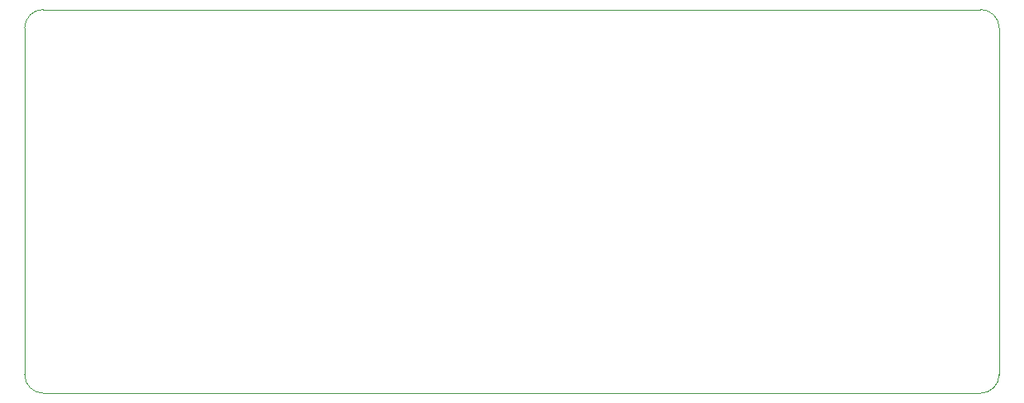
<source format=gbr>
%TF.GenerationSoftware,KiCad,Pcbnew,(6.0.8)*%
%TF.CreationDate,2022-10-05T23:26:50+02:00*%
%TF.ProjectId,DMX_ControllerBoard,444d585f-436f-46e7-9472-6f6c6c657242,rev?*%
%TF.SameCoordinates,Original*%
%TF.FileFunction,Profile,NP*%
%FSLAX46Y46*%
G04 Gerber Fmt 4.6, Leading zero omitted, Abs format (unit mm)*
G04 Created by KiCad (PCBNEW (6.0.8)) date 2022-10-05 23:26:50*
%MOMM*%
%LPD*%
G01*
G04 APERTURE LIST*
%TA.AperFunction,Profile*%
%ADD10C,0.050000*%
%TD*%
G04 APERTURE END LIST*
D10*
X19047460Y-27493000D02*
X19047460Y-63095000D01*
X119047500Y-27492960D02*
X119047260Y-63095000D01*
X119047540Y-27492960D02*
G75*
G03*
X117142500Y-25587960I-1905040J-40D01*
G01*
X20952460Y-65000000D02*
X117142260Y-65000000D01*
X117142260Y-65000060D02*
G75*
G03*
X119047260Y-63095000I-60J1905060D01*
G01*
X19047460Y-63095000D02*
G75*
G03*
X20952460Y-65000000I1905000J0D01*
G01*
X20952460Y-25588000D02*
X117142500Y-25587960D01*
X20952460Y-25588000D02*
G75*
G03*
X19047460Y-27493000I0J-1905000D01*
G01*
M02*

</source>
